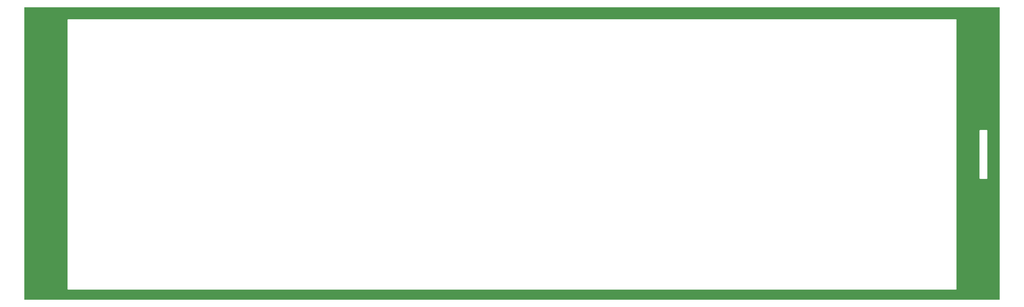
<source format=gbl>
G04 Layer: BottomLayer*
G04 EasyEDA v6.5.34, 2023-08-21 18:11:39*
G04 cedbefc2bb4b41dc9234c798fc5412df,5a6b42c53f6a479593ecc07194224c93,10*
G04 Gerber Generator version 0.2*
G04 Scale: 100 percent, Rotated: No, Reflected: No *
G04 Dimensions in millimeters *
G04 leading zeros omitted , absolute positions ,4 integer and 5 decimal *
%FSLAX45Y45*%
%MOMM*%

%ADD10C,3.0000*%

%LPD*%
G36*
X2068068Y25908D02*
G01*
X2064156Y26670D01*
X2060854Y28905D01*
X2058670Y32156D01*
X2057907Y36068D01*
X2057907Y13260832D01*
X2058670Y13264743D01*
X2060905Y13267994D01*
X2064156Y13270230D01*
X2068068Y13270992D01*
X46191932Y13270992D01*
X46195843Y13270230D01*
X46199094Y13267994D01*
X46201330Y13264743D01*
X46202092Y13260832D01*
X46201990Y36068D01*
X46201228Y32156D01*
X46199044Y28905D01*
X46195742Y26670D01*
X46191830Y25908D01*
G37*

%LPC*%
G36*
X4039158Y482092D02*
G01*
X44220739Y482092D01*
X44227038Y482803D01*
X44232525Y484733D01*
X44237402Y487781D01*
X44241516Y491896D01*
X44244615Y496773D01*
X44246495Y502259D01*
X44247206Y508558D01*
X44247206Y12699390D01*
X44246495Y12705740D01*
X44244615Y12711176D01*
X44241516Y12716103D01*
X44237402Y12720167D01*
X44232525Y12723266D01*
X44227038Y12725146D01*
X44220739Y12725857D01*
X4039158Y12725857D01*
X4032859Y12725146D01*
X4027373Y12723266D01*
X4022496Y12720167D01*
X4018381Y12716103D01*
X4015282Y12711176D01*
X4013403Y12705740D01*
X4012692Y12699390D01*
X4012692Y508558D01*
X4013403Y502259D01*
X4015282Y496773D01*
X4018381Y491896D01*
X4022496Y487781D01*
X4027373Y484733D01*
X4032859Y482803D01*
G37*
G36*
X45314057Y5498592D02*
G01*
X45617739Y5498592D01*
X45624038Y5499303D01*
X45629525Y5501182D01*
X45634402Y5504281D01*
X45638516Y5508396D01*
X45641615Y5513273D01*
X45643495Y5518759D01*
X45644206Y5525058D01*
X45644206Y7682941D01*
X45643495Y7689240D01*
X45641615Y7694726D01*
X45638516Y7699603D01*
X45634402Y7703718D01*
X45629525Y7706766D01*
X45624038Y7708696D01*
X45617739Y7709408D01*
X45314057Y7709408D01*
X45307758Y7708696D01*
X45302271Y7706766D01*
X45297394Y7703718D01*
X45293280Y7699603D01*
X45290232Y7694726D01*
X45288301Y7689240D01*
X45287590Y7682941D01*
X45287590Y5525058D01*
X45288301Y5518759D01*
X45290232Y5513273D01*
X45293280Y5508396D01*
X45297394Y5504281D01*
X45302271Y5501182D01*
X45307758Y5499303D01*
G37*

%LPD*%
D10*
G01*
X2794000Y279400D03*
G01*
X2794000Y13004774D03*
G01*
X45466000Y279400D03*
G01*
X45466000Y13004774D03*
G01*
X24129949Y13004774D03*
G01*
X24129949Y279400D03*
G01*
X45465898Y8191500D03*
G01*
X45465898Y5016500D03*
G01*
X2793898Y5016500D03*
G01*
X2793898Y8191500D03*
M02*

</source>
